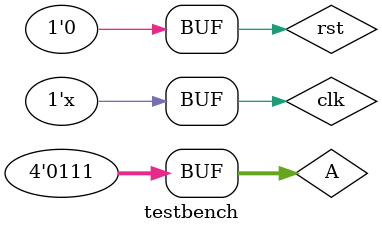
<source format=v>

`timescale 1ns/1ps
`include "conv.v"
module testbench;
reg [3:0] A;
wire [3:0] B;
reg clk;
reg rst;
conv conv(A,B);
always #5 clk=~clk;
initial begin
rst=1;
#10 rst=0;
#10 A=4;
#10 A=5;
#10 A=6;
#10 A=7;



end
endmodule


</source>
